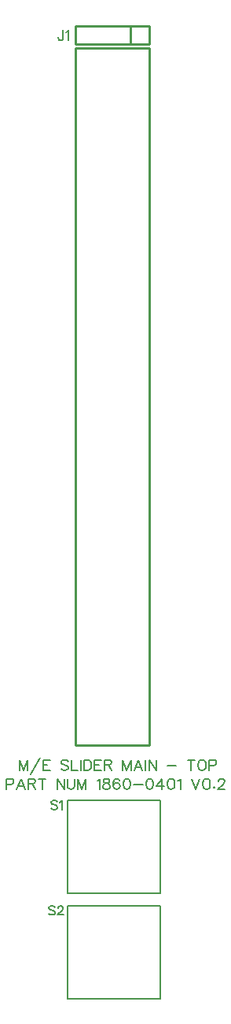
<source format=gto>
G04 Layer: TopSilkscreenLayer*
G04 EasyEDA v6.5.29, 2023-07-16 15:11:24*
G04 69541b314f914e7eb76376b61f0081d1,5a6b42c53f6a479593ecc07194224c93,10*
G04 Gerber Generator version 0.2*
G04 Scale: 100 percent, Rotated: No, Reflected: No *
G04 Dimensions in millimeters *
G04 leading zeros omitted , absolute positions ,4 integer and 5 decimal *
%FSLAX45Y45*%
%MOMM*%

%ADD10C,0.2032*%
%ADD11C,0.1524*%
%ADD12C,0.2540*%
%ADD13C,0.1999*%

%LPD*%
D10*
X342900Y3194557D02*
G01*
X342900Y3080004D01*
X342900Y3194557D02*
G01*
X391921Y3194557D01*
X408431Y3188970D01*
X413765Y3183636D01*
X419354Y3172713D01*
X419354Y3156204D01*
X413765Y3145281D01*
X408431Y3139947D01*
X391921Y3134613D01*
X342900Y3134613D01*
X498855Y3194557D02*
G01*
X455168Y3080004D01*
X498855Y3194557D02*
G01*
X542544Y3080004D01*
X471678Y3118104D02*
G01*
X526287Y3118104D01*
X578612Y3194557D02*
G01*
X578612Y3080004D01*
X578612Y3194557D02*
G01*
X627634Y3194557D01*
X643889Y3188970D01*
X649478Y3183636D01*
X654812Y3172713D01*
X654812Y3161792D01*
X649478Y3150870D01*
X643889Y3145281D01*
X627634Y3139947D01*
X578612Y3139947D01*
X616712Y3139947D02*
G01*
X654812Y3080004D01*
X728979Y3194557D02*
G01*
X728979Y3080004D01*
X690879Y3194557D02*
G01*
X767334Y3194557D01*
X887222Y3194557D02*
G01*
X887222Y3080004D01*
X887222Y3194557D02*
G01*
X963675Y3080004D01*
X963675Y3194557D02*
G01*
X963675Y3080004D01*
X999743Y3194557D02*
G01*
X999743Y3112770D01*
X1005077Y3096260D01*
X1016000Y3085337D01*
X1032256Y3080004D01*
X1043177Y3080004D01*
X1059688Y3085337D01*
X1070609Y3096260D01*
X1075943Y3112770D01*
X1075943Y3194557D01*
X1112011Y3194557D02*
G01*
X1112011Y3080004D01*
X1112011Y3194557D02*
G01*
X1155700Y3080004D01*
X1199388Y3194557D02*
G01*
X1155700Y3080004D01*
X1199388Y3194557D02*
G01*
X1199388Y3080004D01*
X1319275Y3172713D02*
G01*
X1330197Y3178047D01*
X1346454Y3194557D01*
X1346454Y3080004D01*
X1409700Y3194557D02*
G01*
X1393443Y3188970D01*
X1388109Y3178047D01*
X1388109Y3167126D01*
X1393443Y3156204D01*
X1404365Y3150870D01*
X1426209Y3145281D01*
X1442465Y3139947D01*
X1453388Y3129026D01*
X1458975Y3118104D01*
X1458975Y3101847D01*
X1453388Y3090926D01*
X1448054Y3085337D01*
X1431543Y3080004D01*
X1409700Y3080004D01*
X1393443Y3085337D01*
X1388109Y3090926D01*
X1382522Y3101847D01*
X1382522Y3118104D01*
X1388109Y3129026D01*
X1398777Y3139947D01*
X1415288Y3145281D01*
X1437131Y3150870D01*
X1448054Y3156204D01*
X1453388Y3167126D01*
X1453388Y3178047D01*
X1448054Y3188970D01*
X1431543Y3194557D01*
X1409700Y3194557D01*
X1560322Y3178047D02*
G01*
X1554988Y3188970D01*
X1538477Y3194557D01*
X1527556Y3194557D01*
X1511300Y3188970D01*
X1500377Y3172713D01*
X1494790Y3145281D01*
X1494790Y3118104D01*
X1500377Y3096260D01*
X1511300Y3085337D01*
X1527556Y3080004D01*
X1533143Y3080004D01*
X1549400Y3085337D01*
X1560322Y3096260D01*
X1565909Y3112770D01*
X1565909Y3118104D01*
X1560322Y3134613D01*
X1549400Y3145281D01*
X1533143Y3150870D01*
X1527556Y3150870D01*
X1511300Y3145281D01*
X1500377Y3134613D01*
X1494790Y3118104D01*
X1634490Y3194557D02*
G01*
X1618234Y3188970D01*
X1607311Y3172713D01*
X1601724Y3145281D01*
X1601724Y3129026D01*
X1607311Y3101847D01*
X1618234Y3085337D01*
X1634490Y3080004D01*
X1645411Y3080004D01*
X1661922Y3085337D01*
X1672590Y3101847D01*
X1678177Y3129026D01*
X1678177Y3145281D01*
X1672590Y3172713D01*
X1661922Y3188970D01*
X1645411Y3194557D01*
X1634490Y3194557D01*
X1714245Y3129026D02*
G01*
X1812290Y3129026D01*
X1881124Y3194557D02*
G01*
X1864613Y3188970D01*
X1853691Y3172713D01*
X1848358Y3145281D01*
X1848358Y3129026D01*
X1853691Y3101847D01*
X1864613Y3085337D01*
X1881124Y3080004D01*
X1892045Y3080004D01*
X1908302Y3085337D01*
X1919224Y3101847D01*
X1924811Y3129026D01*
X1924811Y3145281D01*
X1919224Y3172713D01*
X1908302Y3188970D01*
X1892045Y3194557D01*
X1881124Y3194557D01*
X2015236Y3194557D02*
G01*
X1960625Y3118104D01*
X2042413Y3118104D01*
X2015236Y3194557D02*
G01*
X2015236Y3080004D01*
X2111247Y3194557D02*
G01*
X2094991Y3188970D01*
X2084070Y3172713D01*
X2078481Y3145281D01*
X2078481Y3129026D01*
X2084070Y3101847D01*
X2094991Y3085337D01*
X2111247Y3080004D01*
X2122170Y3080004D01*
X2138425Y3085337D01*
X2149347Y3101847D01*
X2154936Y3129026D01*
X2154936Y3145281D01*
X2149347Y3172713D01*
X2138425Y3188970D01*
X2122170Y3194557D01*
X2111247Y3194557D01*
X2191004Y3172713D02*
G01*
X2201925Y3178047D01*
X2218181Y3194557D01*
X2218181Y3080004D01*
X2338070Y3194557D02*
G01*
X2381758Y3080004D01*
X2425445Y3194557D02*
G01*
X2381758Y3080004D01*
X2494279Y3194557D02*
G01*
X2477770Y3188970D01*
X2466847Y3172713D01*
X2461513Y3145281D01*
X2461513Y3129026D01*
X2466847Y3101847D01*
X2477770Y3085337D01*
X2494279Y3080004D01*
X2505202Y3080004D01*
X2521458Y3085337D01*
X2532379Y3101847D01*
X2537713Y3129026D01*
X2537713Y3145281D01*
X2532379Y3172713D01*
X2521458Y3188970D01*
X2505202Y3194557D01*
X2494279Y3194557D01*
X2579370Y3107181D02*
G01*
X2573781Y3101847D01*
X2579370Y3096260D01*
X2584704Y3101847D01*
X2579370Y3107181D01*
X2626106Y3167126D02*
G01*
X2626106Y3172713D01*
X2631693Y3183636D01*
X2637027Y3188970D01*
X2647950Y3194557D01*
X2669793Y3194557D01*
X2680715Y3188970D01*
X2686050Y3183636D01*
X2691638Y3172713D01*
X2691638Y3161792D01*
X2686050Y3150870D01*
X2675381Y3134613D01*
X2620772Y3080004D01*
X2696972Y3080004D01*
X482600Y3397689D02*
G01*
X482600Y3283145D01*
X482600Y3397689D02*
G01*
X526237Y3283145D01*
X569871Y3397689D02*
G01*
X526237Y3283145D01*
X569871Y3397689D02*
G01*
X569871Y3283145D01*
X704054Y3419508D02*
G01*
X605871Y3244964D01*
X740054Y3397689D02*
G01*
X740054Y3283145D01*
X740054Y3397689D02*
G01*
X810963Y3397689D01*
X740054Y3343145D02*
G01*
X783689Y3343145D01*
X740054Y3283145D02*
G01*
X810963Y3283145D01*
X1007325Y3381326D02*
G01*
X996416Y3392236D01*
X980053Y3397689D01*
X958235Y3397689D01*
X941872Y3392236D01*
X930963Y3381326D01*
X930963Y3370417D01*
X936416Y3359508D01*
X941872Y3354054D01*
X952781Y3348598D01*
X985507Y3337689D01*
X996416Y3332236D01*
X1001872Y3326782D01*
X1007325Y3315873D01*
X1007325Y3299508D01*
X996416Y3288598D01*
X980053Y3283145D01*
X958235Y3283145D01*
X941872Y3288598D01*
X930963Y3299508D01*
X1043325Y3397689D02*
G01*
X1043325Y3283145D01*
X1043325Y3283145D02*
G01*
X1108781Y3283145D01*
X1144780Y3397689D02*
G01*
X1144780Y3283145D01*
X1180779Y3397689D02*
G01*
X1180779Y3283145D01*
X1180779Y3397689D02*
G01*
X1218961Y3397689D01*
X1235326Y3392236D01*
X1246235Y3381326D01*
X1251689Y3370417D01*
X1257145Y3354054D01*
X1257145Y3326782D01*
X1251689Y3310417D01*
X1246235Y3299508D01*
X1235326Y3288598D01*
X1218961Y3283145D01*
X1180779Y3283145D01*
X1293144Y3397689D02*
G01*
X1293144Y3283145D01*
X1293144Y3397689D02*
G01*
X1364053Y3397689D01*
X1293144Y3343145D02*
G01*
X1336779Y3343145D01*
X1293144Y3283145D02*
G01*
X1364053Y3283145D01*
X1400053Y3397689D02*
G01*
X1400053Y3283145D01*
X1400053Y3397689D02*
G01*
X1449143Y3397689D01*
X1465506Y3392236D01*
X1470962Y3386782D01*
X1476415Y3375873D01*
X1476415Y3364964D01*
X1470962Y3354054D01*
X1465506Y3348598D01*
X1449143Y3343145D01*
X1400053Y3343145D01*
X1438234Y3343145D02*
G01*
X1476415Y3283145D01*
X1596415Y3397689D02*
G01*
X1596415Y3283145D01*
X1596415Y3397689D02*
G01*
X1640052Y3283145D01*
X1683687Y3397689D02*
G01*
X1640052Y3283145D01*
X1683687Y3397689D02*
G01*
X1683687Y3283145D01*
X1763323Y3397689D02*
G01*
X1719689Y3283145D01*
X1763323Y3397689D02*
G01*
X1806961Y3283145D01*
X1736051Y3321326D02*
G01*
X1790598Y3321326D01*
X1842960Y3397689D02*
G01*
X1842960Y3283145D01*
X1878959Y3397689D02*
G01*
X1878959Y3283145D01*
X1878959Y3397689D02*
G01*
X1955325Y3283145D01*
X1955325Y3397689D02*
G01*
X1955325Y3283145D01*
X2075324Y3332236D02*
G01*
X2173505Y3332236D01*
X2331686Y3397689D02*
G01*
X2331686Y3283145D01*
X2293505Y3397689D02*
G01*
X2369868Y3397689D01*
X2438595Y3397689D02*
G01*
X2427686Y3392236D01*
X2416776Y3381326D01*
X2411323Y3370417D01*
X2405867Y3354054D01*
X2405867Y3326782D01*
X2411323Y3310417D01*
X2416776Y3299508D01*
X2427686Y3288598D01*
X2438595Y3283145D01*
X2460414Y3283145D01*
X2471323Y3288598D01*
X2482232Y3299508D01*
X2487686Y3310417D01*
X2493142Y3326782D01*
X2493142Y3354054D01*
X2487686Y3370417D01*
X2482232Y3381326D01*
X2471323Y3392236D01*
X2460414Y3397689D01*
X2438595Y3397689D01*
X2529141Y3397689D02*
G01*
X2529141Y3283145D01*
X2529141Y3397689D02*
G01*
X2578232Y3397689D01*
X2594594Y3392236D01*
X2600050Y3386782D01*
X2605504Y3375873D01*
X2605504Y3359508D01*
X2600050Y3348598D01*
X2594594Y3343145D01*
X2578232Y3337689D01*
X2529141Y3337689D01*
D11*
X953663Y11240526D02*
G01*
X953663Y11157399D01*
X948466Y11141811D01*
X943272Y11136617D01*
X932881Y11131422D01*
X922489Y11131422D01*
X912098Y11136617D01*
X906901Y11141811D01*
X901707Y11157399D01*
X901707Y11167790D01*
X987953Y11219743D02*
G01*
X998341Y11224940D01*
X1013929Y11240526D01*
X1013929Y11131422D01*
X889251Y2944870D02*
G01*
X880107Y2953760D01*
X866391Y2958332D01*
X848103Y2958332D01*
X834641Y2953760D01*
X825497Y2944870D01*
X825497Y2935726D01*
X830069Y2926582D01*
X834641Y2922010D01*
X843785Y2917438D01*
X870963Y2908294D01*
X880107Y2903976D01*
X884679Y2899404D01*
X889251Y2890260D01*
X889251Y2876544D01*
X880107Y2867400D01*
X866391Y2862828D01*
X848103Y2862828D01*
X834641Y2867400D01*
X825497Y2876544D01*
X919223Y2940298D02*
G01*
X928113Y2944870D01*
X941829Y2958332D01*
X941829Y2862828D01*
X863851Y1814573D02*
G01*
X854707Y1823463D01*
X840991Y1828035D01*
X822703Y1828035D01*
X809241Y1823463D01*
X800097Y1814573D01*
X800097Y1805429D01*
X804669Y1796285D01*
X809241Y1791713D01*
X818385Y1787141D01*
X845563Y1777997D01*
X854707Y1773679D01*
X859279Y1769107D01*
X863851Y1759963D01*
X863851Y1746247D01*
X854707Y1737103D01*
X840991Y1732531D01*
X822703Y1732531D01*
X809241Y1737103D01*
X800097Y1746247D01*
X898395Y1805429D02*
G01*
X898395Y1810001D01*
X902713Y1818891D01*
X907285Y1823463D01*
X916429Y1828035D01*
X934717Y1828035D01*
X943607Y1823463D01*
X948179Y1818891D01*
X952751Y1810001D01*
X952751Y1800857D01*
X948179Y1791713D01*
X939289Y1777997D01*
X893823Y1732531D01*
X957323Y1732531D01*
D12*
X1682798Y11087077D02*
G01*
X1682798Y11277577D01*
X1885896Y11088677D02*
G01*
X1085898Y11088677D01*
X1085898Y11288676D01*
X1885896Y11288676D01*
X1885896Y11088677D01*
D13*
X1003805Y2960110D02*
G01*
X1003805Y1960112D01*
X2003803Y1960112D01*
X2003803Y2960110D01*
X1003805Y2960110D01*
X1003805Y1829813D02*
G01*
X1003805Y829815D01*
X2003803Y829815D01*
X2003803Y1829813D01*
X1003805Y1829813D01*
D12*
X1085900Y11049000D02*
G01*
X1879600Y11049000D01*
X1879600Y3551097D01*
X1085900Y3551097D01*
X1085900Y11049000D01*
M02*

</source>
